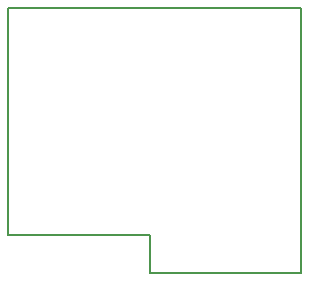
<source format=gm1>
G04 #@! TF.FileFunction,Profile,NP*
%FSLAX46Y46*%
G04 Gerber Fmt 4.6, Leading zero omitted, Abs format (unit mm)*
G04 Created by KiCad (PCBNEW 4.0.6) date 04/13/18 15:31:21*
%MOMM*%
%LPD*%
G01*
G04 APERTURE LIST*
%ADD10C,0.100000*%
%ADD11C,0.150000*%
G04 APERTURE END LIST*
D10*
D11*
X161650000Y-103750000D02*
X174400000Y-103750000D01*
X161650000Y-100500000D02*
X161650000Y-103750000D01*
X149650000Y-100500000D02*
X161650000Y-100500000D01*
X149650000Y-81250000D02*
X149650000Y-100500000D01*
X149900000Y-81250000D02*
X149650000Y-81250000D01*
X174400000Y-103750000D02*
X174400000Y-81250000D01*
X174400000Y-81250000D02*
X149900000Y-81250000D01*
M02*

</source>
